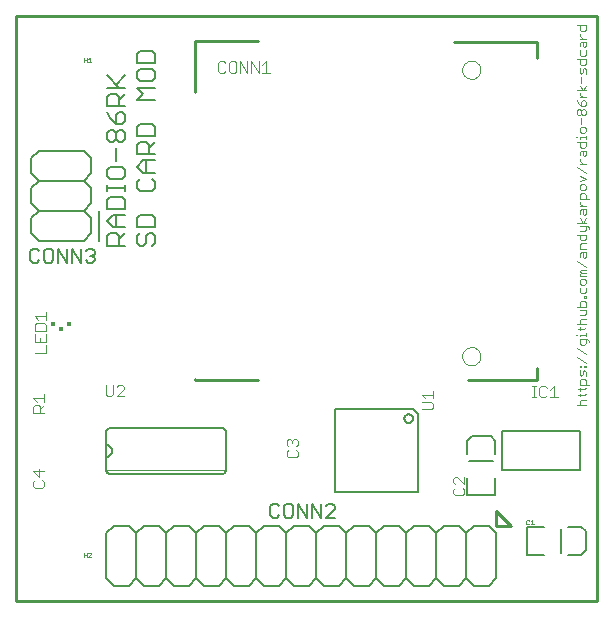
<source format=gto>
G75*
%MOIN*%
%OFA0B0*%
%FSLAX24Y24*%
%IPPOS*%
%LPD*%
%AMOC8*
5,1,8,0,0,1.08239X$1,22.5*
%
%ADD10C,0.0100*%
%ADD11C,0.0050*%
%ADD12C,0.0030*%
%ADD13C,0.0080*%
%ADD14C,0.0060*%
%ADD15C,0.0020*%
%ADD16C,0.0040*%
%ADD17C,0.0000*%
%ADD18C,0.0010*%
%ADD19R,0.0128X0.0167*%
%ADD20R,0.0138X0.0138*%
D10*
X011333Y006500D02*
X011333Y025996D01*
X030703Y025996D01*
X030703Y006500D01*
X011333Y006500D01*
X017296Y013859D02*
X019396Y013859D01*
X017296Y013894D02*
X017296Y013859D01*
X026393Y013859D02*
X028707Y013859D01*
X028707Y014244D01*
X027333Y009500D02*
X027333Y009000D01*
X027833Y009000D01*
X027333Y009500D01*
X017296Y023444D02*
X017296Y025176D01*
X019396Y025176D01*
X025935Y025137D02*
X028707Y025137D01*
X028711Y024579D01*
D11*
X015958Y024723D02*
X015958Y024417D01*
X015348Y024417D01*
X015348Y024723D01*
X015450Y024824D01*
X015857Y024824D01*
X015958Y024723D01*
X015857Y024217D02*
X015450Y024217D01*
X015348Y024115D01*
X015348Y023911D01*
X015450Y023810D01*
X015857Y023810D01*
X015958Y023911D01*
X015958Y024115D01*
X015857Y024217D01*
X015958Y023609D02*
X015348Y023609D01*
X015551Y023405D01*
X015348Y023202D01*
X015958Y023202D01*
X015857Y022393D02*
X015450Y022393D01*
X015348Y022292D01*
X015348Y021986D01*
X015958Y021986D01*
X015958Y022292D01*
X015857Y022393D01*
X015958Y021786D02*
X015755Y021582D01*
X015755Y021684D02*
X015755Y021379D01*
X015958Y021379D02*
X015348Y021379D01*
X015348Y021684D01*
X015450Y021786D01*
X015653Y021786D01*
X015755Y021684D01*
X015653Y021178D02*
X015653Y020771D01*
X015551Y020771D02*
X015348Y020974D01*
X015551Y021178D01*
X015958Y021178D01*
X015958Y020771D02*
X015551Y020771D01*
X015450Y020570D02*
X015348Y020469D01*
X015348Y020265D01*
X015450Y020163D01*
X015857Y020163D01*
X015958Y020265D01*
X015958Y020469D01*
X015857Y020570D01*
X014968Y020670D02*
X014968Y020874D01*
X014867Y020975D01*
X014460Y020975D01*
X014358Y020874D01*
X014358Y020670D01*
X014460Y020568D01*
X014867Y020568D01*
X014968Y020670D01*
X014968Y020367D02*
X014968Y020163D01*
X014968Y020265D02*
X014358Y020265D01*
X014358Y020163D02*
X014358Y020367D01*
X014460Y019963D02*
X014358Y019861D01*
X014358Y019556D01*
X014968Y019556D01*
X014968Y019861D01*
X014867Y019963D01*
X014460Y019963D01*
X014561Y019355D02*
X014968Y019355D01*
X014663Y019355D02*
X014663Y018948D01*
X014561Y018948D02*
X014968Y018948D01*
X014968Y018747D02*
X014765Y018544D01*
X014765Y018645D02*
X014765Y018340D01*
X014968Y018340D02*
X014358Y018340D01*
X014358Y018645D01*
X014460Y018747D01*
X014663Y018747D01*
X014765Y018645D01*
X014561Y018948D02*
X014358Y019151D01*
X014561Y019355D01*
X015348Y019253D02*
X015348Y018948D01*
X015958Y018948D01*
X015958Y019253D01*
X015857Y019355D01*
X015450Y019355D01*
X015348Y019253D01*
X015450Y018747D02*
X015348Y018645D01*
X015348Y018442D01*
X015450Y018340D01*
X015551Y018340D01*
X015653Y018442D01*
X015653Y018645D01*
X015755Y018747D01*
X015857Y018747D01*
X015958Y018645D01*
X015958Y018442D01*
X015857Y018340D01*
X013948Y018150D02*
X013948Y018075D01*
X013873Y018000D01*
X013948Y017925D01*
X013948Y017850D01*
X013873Y017775D01*
X013723Y017775D01*
X013648Y017850D01*
X013488Y017775D02*
X013188Y018225D01*
X013188Y017775D01*
X013027Y017775D02*
X013027Y018225D01*
X012727Y018225D02*
X013027Y017775D01*
X012727Y017775D02*
X012727Y018225D01*
X012567Y018150D02*
X012492Y018225D01*
X012342Y018225D01*
X012267Y018150D01*
X012267Y017850D01*
X012342Y017775D01*
X012492Y017775D01*
X012567Y017850D01*
X012567Y018150D01*
X012107Y018150D02*
X012032Y018225D01*
X011881Y018225D01*
X011806Y018150D01*
X011806Y017850D01*
X011881Y017775D01*
X012032Y017775D01*
X012107Y017850D01*
X013488Y017775D02*
X013488Y018225D01*
X013648Y018150D02*
X013723Y018225D01*
X013873Y018225D01*
X013948Y018150D01*
X013873Y018000D02*
X013798Y018000D01*
X014663Y021176D02*
X014663Y021583D01*
X014561Y021784D02*
X014460Y021784D01*
X014358Y021886D01*
X014358Y022089D01*
X014460Y022191D01*
X014561Y022191D01*
X014663Y022089D01*
X014663Y021886D01*
X014561Y021784D01*
X014663Y021886D02*
X014765Y021784D01*
X014867Y021784D01*
X014968Y021886D01*
X014968Y022089D01*
X014867Y022191D01*
X014765Y022191D01*
X014663Y022089D01*
X014663Y022392D02*
X014663Y022697D01*
X014765Y022799D01*
X014867Y022799D01*
X014968Y022697D01*
X014968Y022493D01*
X014867Y022392D01*
X014663Y022392D01*
X014460Y022595D01*
X014358Y022799D01*
X014358Y022999D02*
X014358Y023305D01*
X014460Y023406D01*
X014663Y023406D01*
X014765Y023305D01*
X014765Y022999D01*
X014968Y022999D02*
X014358Y022999D01*
X014765Y023203D02*
X014968Y023406D01*
X014968Y023607D02*
X014358Y023607D01*
X014663Y023709D02*
X014968Y024014D01*
X014765Y023607D02*
X014358Y024014D01*
X026433Y011150D02*
X027233Y011150D01*
X029483Y008900D02*
X029483Y008100D01*
X021948Y009275D02*
X021648Y009275D01*
X021948Y009575D01*
X021948Y009650D01*
X021873Y009725D01*
X021723Y009725D01*
X021648Y009650D01*
X021488Y009725D02*
X021488Y009275D01*
X021188Y009725D01*
X021188Y009275D01*
X021027Y009275D02*
X021027Y009725D01*
X020727Y009725D02*
X021027Y009275D01*
X020727Y009275D02*
X020727Y009725D01*
X020567Y009650D02*
X020492Y009725D01*
X020342Y009725D01*
X020267Y009650D01*
X020267Y009350D01*
X020342Y009275D01*
X020492Y009275D01*
X020567Y009350D01*
X020567Y009650D01*
X020107Y009650D02*
X020032Y009725D01*
X019881Y009725D01*
X019806Y009650D01*
X019806Y009350D01*
X019881Y009275D01*
X020032Y009275D01*
X020107Y009350D01*
D12*
X020410Y011278D02*
X020657Y011278D01*
X020718Y011340D01*
X020718Y011464D01*
X020657Y011525D01*
X020657Y011647D02*
X020718Y011708D01*
X020718Y011832D01*
X020657Y011894D01*
X020595Y011894D01*
X020533Y011832D01*
X020533Y011770D01*
X020533Y011832D02*
X020471Y011894D01*
X020410Y011894D01*
X020348Y011832D01*
X020348Y011708D01*
X020410Y011647D01*
X020410Y011525D02*
X020348Y011464D01*
X020348Y011340D01*
X020410Y011278D01*
X024848Y012878D02*
X025157Y012878D01*
X025218Y012940D01*
X025218Y013064D01*
X025157Y013125D01*
X024848Y013125D01*
X024971Y013247D02*
X024848Y013370D01*
X025218Y013370D01*
X025218Y013247D02*
X025218Y013494D01*
X028523Y013660D02*
X028647Y013660D01*
X028585Y013660D02*
X028585Y013290D01*
X028523Y013290D02*
X028647Y013290D01*
X028769Y013352D02*
X028831Y013290D01*
X028954Y013290D01*
X029016Y013352D01*
X029137Y013290D02*
X029384Y013290D01*
X029261Y013290D02*
X029261Y013660D01*
X029137Y013537D01*
X029016Y013599D02*
X028954Y013660D01*
X028831Y013660D01*
X028769Y013599D01*
X028769Y013352D01*
X030028Y013015D02*
X030318Y013015D01*
X030173Y013015D02*
X030125Y013063D01*
X030125Y013160D01*
X030173Y013208D01*
X030318Y013208D01*
X030270Y013358D02*
X030076Y013358D01*
X030125Y013310D02*
X030125Y013406D01*
X030125Y013506D02*
X030125Y013603D01*
X030076Y013554D02*
X030270Y013554D01*
X030318Y013603D01*
X030318Y013703D02*
X030318Y013848D01*
X030270Y013896D01*
X030173Y013896D01*
X030125Y013848D01*
X030125Y013703D01*
X030415Y013703D01*
X030318Y013997D02*
X030318Y014142D01*
X030270Y014191D01*
X030222Y014142D01*
X030222Y014046D01*
X030173Y013997D01*
X030125Y014046D01*
X030125Y014191D01*
X030125Y014292D02*
X030173Y014292D01*
X030173Y014340D01*
X030125Y014340D01*
X030125Y014292D01*
X030270Y014292D02*
X030318Y014292D01*
X030318Y014340D01*
X030270Y014340D01*
X030270Y014292D01*
X030318Y014439D02*
X030028Y014633D01*
X030028Y014927D02*
X030318Y014734D01*
X030270Y015028D02*
X030318Y015077D01*
X030318Y015222D01*
X030367Y015222D02*
X030125Y015222D01*
X030125Y015077D01*
X030173Y015028D01*
X030270Y015028D01*
X030415Y015125D02*
X030415Y015174D01*
X030367Y015222D01*
X030318Y015323D02*
X030318Y015420D01*
X030318Y015371D02*
X030125Y015371D01*
X030125Y015323D01*
X030028Y015371D02*
X029980Y015371D01*
X030125Y015520D02*
X030125Y015616D01*
X030076Y015568D02*
X030270Y015568D01*
X030318Y015616D01*
X030318Y015716D02*
X030028Y015716D01*
X030125Y015764D02*
X030125Y015861D01*
X030173Y015909D01*
X030318Y015909D01*
X030270Y016011D02*
X030318Y016059D01*
X030318Y016204D01*
X030125Y016204D01*
X030125Y016305D02*
X030125Y016450D01*
X030173Y016499D01*
X030270Y016499D01*
X030318Y016450D01*
X030318Y016305D01*
X030028Y016305D01*
X030125Y016011D02*
X030270Y016011D01*
X030125Y015764D02*
X030173Y015716D01*
X030270Y016600D02*
X030270Y016648D01*
X030318Y016648D01*
X030318Y016600D01*
X030270Y016600D01*
X030270Y016747D02*
X030318Y016796D01*
X030318Y016941D01*
X030270Y017042D02*
X030318Y017090D01*
X030318Y017187D01*
X030270Y017235D01*
X030173Y017235D01*
X030125Y017187D01*
X030125Y017090D01*
X030173Y017042D01*
X030270Y017042D01*
X030125Y016941D02*
X030125Y016796D01*
X030173Y016747D01*
X030270Y016747D01*
X030318Y017337D02*
X030125Y017337D01*
X030125Y017385D01*
X030173Y017433D01*
X030125Y017482D01*
X030173Y017530D01*
X030318Y017530D01*
X030318Y017433D02*
X030173Y017433D01*
X030318Y017631D02*
X030028Y017825D01*
X030125Y017974D02*
X030125Y018071D01*
X030173Y018119D01*
X030318Y018119D01*
X030318Y017974D01*
X030270Y017926D01*
X030222Y017974D01*
X030222Y018119D01*
X030318Y018221D02*
X030125Y018221D01*
X030125Y018366D01*
X030173Y018414D01*
X030318Y018414D01*
X030270Y018515D02*
X030173Y018515D01*
X030125Y018564D01*
X030125Y018709D01*
X030028Y018709D02*
X030318Y018709D01*
X030318Y018564D01*
X030270Y018515D01*
X030270Y018810D02*
X030318Y018858D01*
X030318Y019003D01*
X030367Y019003D02*
X030415Y018955D01*
X030415Y018907D01*
X030367Y019003D02*
X030125Y019003D01*
X030222Y019104D02*
X030125Y019250D01*
X030125Y019398D02*
X030125Y019495D01*
X030173Y019544D01*
X030318Y019544D01*
X030318Y019398D01*
X030270Y019350D01*
X030222Y019398D01*
X030222Y019544D01*
X030222Y019645D02*
X030125Y019741D01*
X030125Y019790D01*
X030125Y019890D02*
X030125Y020035D01*
X030173Y020084D01*
X030270Y020084D01*
X030318Y020035D01*
X030318Y019890D01*
X030415Y019890D02*
X030125Y019890D01*
X030125Y019645D02*
X030318Y019645D01*
X030318Y019250D02*
X030222Y019104D01*
X030318Y019104D02*
X030028Y019104D01*
X030125Y018810D02*
X030270Y018810D01*
X030270Y020185D02*
X030318Y020233D01*
X030318Y020330D01*
X030270Y020378D01*
X030173Y020378D01*
X030125Y020330D01*
X030125Y020233D01*
X030173Y020185D01*
X030270Y020185D01*
X030125Y020480D02*
X030318Y020576D01*
X030125Y020673D01*
X030318Y020774D02*
X030028Y020968D01*
X030125Y021069D02*
X030318Y021069D01*
X030222Y021069D02*
X030125Y021166D01*
X030125Y021214D01*
X030125Y021363D02*
X030125Y021459D01*
X030173Y021508D01*
X030318Y021508D01*
X030318Y021363D01*
X030270Y021314D01*
X030222Y021363D01*
X030222Y021508D01*
X030270Y021609D02*
X030173Y021609D01*
X030125Y021657D01*
X030125Y021803D01*
X030028Y021803D02*
X030318Y021803D01*
X030318Y021657D01*
X030270Y021609D01*
X030318Y021904D02*
X030318Y022000D01*
X030318Y021952D02*
X030125Y021952D01*
X030125Y021904D01*
X030028Y021952D02*
X029980Y021952D01*
X030173Y022100D02*
X030270Y022100D01*
X030318Y022148D01*
X030318Y022245D01*
X030270Y022294D01*
X030173Y022294D01*
X030125Y022245D01*
X030125Y022148D01*
X030173Y022100D01*
X030173Y022395D02*
X030173Y022588D01*
X030125Y022689D02*
X030076Y022689D01*
X030028Y022738D01*
X030028Y022835D01*
X030076Y022883D01*
X030125Y022883D01*
X030173Y022835D01*
X030173Y022738D01*
X030125Y022689D01*
X030173Y022738D02*
X030222Y022689D01*
X030270Y022689D01*
X030318Y022738D01*
X030318Y022835D01*
X030270Y022883D01*
X030222Y022883D01*
X030173Y022835D01*
X030173Y022984D02*
X030173Y023129D01*
X030222Y023178D01*
X030270Y023178D01*
X030318Y023129D01*
X030318Y023032D01*
X030270Y022984D01*
X030173Y022984D01*
X030076Y023081D01*
X030028Y023178D01*
X030125Y023279D02*
X030318Y023279D01*
X030222Y023279D02*
X030125Y023375D01*
X030125Y023424D01*
X030222Y023524D02*
X030125Y023669D01*
X030173Y023770D02*
X030173Y023963D01*
X030173Y024064D02*
X030125Y024113D01*
X030125Y024258D01*
X030222Y024210D02*
X030222Y024113D01*
X030173Y024064D01*
X030318Y024064D02*
X030318Y024210D01*
X030270Y024258D01*
X030222Y024210D01*
X030270Y024359D02*
X030173Y024359D01*
X030125Y024407D01*
X030125Y024553D01*
X030028Y024553D02*
X030318Y024553D01*
X030318Y024407D01*
X030270Y024359D01*
X030270Y024654D02*
X030318Y024702D01*
X030318Y024847D01*
X030270Y024948D02*
X030222Y024997D01*
X030222Y025142D01*
X030173Y025142D02*
X030318Y025142D01*
X030318Y024997D01*
X030270Y024948D01*
X030125Y024997D02*
X030125Y025094D01*
X030173Y025142D01*
X030125Y025243D02*
X030318Y025243D01*
X030222Y025243D02*
X030125Y025340D01*
X030125Y025388D01*
X030173Y025489D02*
X030125Y025537D01*
X030125Y025682D01*
X030028Y025682D02*
X030318Y025682D01*
X030318Y025537D01*
X030270Y025489D01*
X030173Y025489D01*
X030125Y024847D02*
X030125Y024702D01*
X030173Y024654D01*
X030270Y024654D01*
X030318Y023669D02*
X030222Y023524D01*
X030318Y023524D02*
X030028Y023524D01*
X019781Y024109D02*
X019534Y024109D01*
X019413Y024109D02*
X019413Y024480D01*
X019534Y024356D02*
X019658Y024480D01*
X019658Y024109D01*
X019413Y024109D02*
X019166Y024480D01*
X019166Y024109D01*
X019044Y024109D02*
X019044Y024480D01*
X018798Y024480D02*
X018798Y024109D01*
X018676Y024171D02*
X018676Y024418D01*
X018614Y024480D01*
X018491Y024480D01*
X018429Y024418D01*
X018429Y024171D01*
X018491Y024109D01*
X018614Y024109D01*
X018676Y024171D01*
X018798Y024480D02*
X019044Y024109D01*
X018308Y024171D02*
X018246Y024109D01*
X018123Y024109D01*
X018061Y024171D01*
X018061Y024418D01*
X018123Y024480D01*
X018246Y024480D01*
X018308Y024418D01*
X012318Y016117D02*
X012318Y015870D01*
X012318Y015993D02*
X011948Y015993D01*
X012071Y015870D01*
X012010Y015749D02*
X012257Y015749D01*
X012318Y015687D01*
X012318Y015502D01*
X011948Y015502D01*
X011948Y015687D01*
X012010Y015749D01*
X011948Y015380D02*
X011948Y015133D01*
X012318Y015133D01*
X012318Y015380D01*
X012133Y015257D02*
X012133Y015133D01*
X012318Y015012D02*
X012318Y014765D01*
X011948Y014765D01*
X012268Y013380D02*
X012268Y013133D01*
X012268Y013012D02*
X012145Y012888D01*
X012145Y012950D02*
X012145Y012765D01*
X012268Y012765D02*
X011898Y012765D01*
X011898Y012950D01*
X011960Y013012D01*
X012083Y013012D01*
X012145Y012950D01*
X012021Y013133D02*
X011898Y013257D01*
X012268Y013257D01*
X012083Y010880D02*
X012083Y010633D01*
X011898Y010818D01*
X012268Y010818D01*
X012207Y010512D02*
X012268Y010450D01*
X012268Y010327D01*
X012207Y010265D01*
X011960Y010265D01*
X011898Y010327D01*
X011898Y010450D01*
X011960Y010512D01*
X025904Y010568D02*
X025904Y010445D01*
X025966Y010383D01*
X025966Y010262D02*
X025904Y010200D01*
X025904Y010077D01*
X025966Y010015D01*
X026213Y010015D01*
X026275Y010077D01*
X026275Y010200D01*
X026213Y010262D01*
X026275Y010383D02*
X026028Y010630D01*
X025966Y010630D01*
X025904Y010568D01*
X026275Y010630D02*
X026275Y010383D01*
X030270Y013358D02*
X030318Y013406D01*
D13*
X030123Y012150D02*
X027543Y012150D01*
X027543Y010850D01*
X030123Y010850D01*
X030123Y012150D01*
X027306Y011827D02*
X027306Y011394D01*
X027306Y011827D02*
X027148Y011984D01*
X026518Y011984D01*
X026361Y011827D01*
X026361Y011394D01*
X026361Y010606D02*
X026361Y010016D01*
X027306Y010016D01*
X027306Y010606D01*
X028349Y008972D02*
X028940Y008972D01*
X028349Y008972D02*
X028349Y008028D01*
X028940Y008028D01*
X029727Y008028D02*
X030160Y008028D01*
X030318Y008185D01*
X030318Y008815D01*
X030160Y008972D01*
X029727Y008972D01*
D14*
X027333Y008750D02*
X027333Y007250D01*
X027083Y007000D01*
X026583Y007000D01*
X026333Y007250D01*
X026333Y008750D01*
X026083Y009000D01*
X025583Y009000D01*
X025333Y008750D01*
X025333Y007250D01*
X025083Y007000D01*
X024583Y007000D01*
X024333Y007250D01*
X024333Y008750D01*
X024083Y009000D01*
X023583Y009000D01*
X023333Y008750D01*
X023333Y007250D01*
X023083Y007000D01*
X022583Y007000D01*
X022333Y007250D01*
X022333Y008750D01*
X022083Y009000D01*
X021583Y009000D01*
X021333Y008750D01*
X021333Y007250D01*
X021083Y007000D01*
X020583Y007000D01*
X020333Y007250D01*
X020333Y008750D01*
X020583Y009000D01*
X021083Y009000D01*
X021333Y008750D01*
X020333Y008750D02*
X020083Y009000D01*
X019583Y009000D01*
X019333Y008750D01*
X019333Y007250D01*
X019083Y007000D01*
X018583Y007000D01*
X018333Y007250D01*
X018333Y008750D01*
X018583Y009000D01*
X019083Y009000D01*
X019333Y008750D01*
X018333Y008750D02*
X018083Y009000D01*
X017583Y009000D01*
X017333Y008750D01*
X017333Y007250D01*
X017083Y007000D01*
X016583Y007000D01*
X016333Y007250D01*
X016333Y008750D01*
X016583Y009000D01*
X017083Y009000D01*
X017333Y008750D01*
X016333Y008750D02*
X016083Y009000D01*
X015583Y009000D01*
X015333Y008750D01*
X015333Y007250D01*
X015083Y007000D01*
X014583Y007000D01*
X014333Y007250D01*
X014333Y008750D01*
X014583Y009000D01*
X015083Y009000D01*
X015333Y008750D01*
X015333Y007250D02*
X015583Y007000D01*
X016083Y007000D01*
X016333Y007250D01*
X017333Y007250D02*
X017583Y007000D01*
X018083Y007000D01*
X018333Y007250D01*
X019333Y007250D02*
X019583Y007000D01*
X020083Y007000D01*
X020333Y007250D01*
X021333Y007250D02*
X021583Y007000D01*
X022083Y007000D01*
X022333Y007250D01*
X023333Y007250D02*
X023583Y007000D01*
X024083Y007000D01*
X024333Y007250D01*
X025333Y007250D02*
X025583Y007000D01*
X026083Y007000D01*
X026333Y007250D01*
X026333Y008750D02*
X026583Y009000D01*
X027083Y009000D01*
X027333Y008750D01*
X025333Y008750D02*
X025083Y009000D01*
X024583Y009000D01*
X024333Y008750D01*
X023333Y008750D02*
X023083Y009000D01*
X022583Y009000D01*
X022333Y008750D01*
X021953Y010120D02*
X021953Y012880D01*
X024573Y012880D01*
X024713Y012740D01*
X024713Y010120D01*
X021953Y010120D01*
X018333Y010880D02*
X018333Y012120D01*
X018331Y012143D01*
X018326Y012166D01*
X018317Y012188D01*
X018304Y012208D01*
X018289Y012226D01*
X018271Y012241D01*
X018251Y012254D01*
X018229Y012263D01*
X018206Y012268D01*
X018183Y012270D01*
X014483Y012270D01*
X014460Y012268D01*
X014437Y012263D01*
X014415Y012254D01*
X014395Y012241D01*
X014377Y012226D01*
X014362Y012208D01*
X014349Y012188D01*
X014340Y012166D01*
X014335Y012143D01*
X014333Y012120D01*
X014333Y011700D01*
X014333Y011300D01*
X014333Y010880D01*
X014335Y010857D01*
X014340Y010834D01*
X014349Y010812D01*
X014362Y010792D01*
X014377Y010774D01*
X014395Y010759D01*
X014415Y010746D01*
X014437Y010737D01*
X014460Y010732D01*
X014483Y010730D01*
X018183Y010730D01*
X018206Y010732D01*
X018229Y010737D01*
X018251Y010746D01*
X018271Y010759D01*
X018289Y010774D01*
X018304Y010792D01*
X018317Y010812D01*
X018326Y010834D01*
X018331Y010857D01*
X018333Y010880D01*
X014333Y011300D02*
X014360Y011302D01*
X014387Y011307D01*
X014413Y011317D01*
X014437Y011329D01*
X014459Y011345D01*
X014479Y011363D01*
X014496Y011385D01*
X014511Y011408D01*
X014521Y011433D01*
X014529Y011459D01*
X014533Y011486D01*
X014533Y011514D01*
X014529Y011541D01*
X014521Y011567D01*
X014511Y011592D01*
X014496Y011615D01*
X014479Y011637D01*
X014459Y011655D01*
X014437Y011671D01*
X014413Y011683D01*
X014387Y011693D01*
X014360Y011698D01*
X014333Y011700D01*
X024272Y012580D02*
X024274Y012603D01*
X024280Y012626D01*
X024289Y012647D01*
X024302Y012667D01*
X024318Y012684D01*
X024336Y012698D01*
X024356Y012709D01*
X024378Y012717D01*
X024401Y012721D01*
X024425Y012721D01*
X024448Y012717D01*
X024470Y012709D01*
X024490Y012698D01*
X024508Y012684D01*
X024524Y012667D01*
X024537Y012647D01*
X024546Y012626D01*
X024552Y012603D01*
X024554Y012580D01*
X024552Y012557D01*
X024546Y012534D01*
X024537Y012513D01*
X024524Y012493D01*
X024508Y012476D01*
X024490Y012462D01*
X024470Y012451D01*
X024448Y012443D01*
X024425Y012439D01*
X024401Y012439D01*
X024378Y012443D01*
X024356Y012451D01*
X024336Y012462D01*
X024318Y012476D01*
X024302Y012493D01*
X024289Y012513D01*
X024280Y012534D01*
X024274Y012557D01*
X024272Y012580D01*
X014083Y018500D02*
X014083Y019500D01*
X013833Y019250D02*
X013833Y018750D01*
X013583Y018500D01*
X012083Y018500D01*
X011833Y018750D01*
X011833Y019250D01*
X012083Y019500D01*
X013583Y019500D01*
X013833Y019750D01*
X013833Y020250D01*
X013583Y020500D01*
X013833Y020750D01*
X013833Y021250D01*
X013583Y021500D01*
X012083Y021500D01*
X011833Y021250D01*
X011833Y020750D01*
X012083Y020500D01*
X013583Y020500D01*
X012083Y020500D02*
X011833Y020250D01*
X011833Y019750D01*
X012083Y019500D01*
X013583Y019500D02*
X013833Y019250D01*
D15*
X014333Y010870D02*
X018333Y010870D01*
D16*
X014925Y013320D02*
X014685Y013320D01*
X014925Y013560D01*
X014925Y013620D01*
X014865Y013680D01*
X014745Y013680D01*
X014685Y013620D01*
X014557Y013680D02*
X014557Y013380D01*
X014497Y013320D01*
X014377Y013320D01*
X014317Y013380D01*
X014317Y013680D01*
D17*
X026202Y014650D02*
X026204Y014685D01*
X026210Y014719D01*
X026220Y014752D01*
X026233Y014785D01*
X026250Y014815D01*
X026271Y014843D01*
X026294Y014869D01*
X026321Y014892D01*
X026349Y014911D01*
X026380Y014927D01*
X026413Y014940D01*
X026446Y014949D01*
X026481Y014954D01*
X026516Y014955D01*
X026550Y014952D01*
X026585Y014945D01*
X026618Y014934D01*
X026649Y014920D01*
X026679Y014902D01*
X026707Y014881D01*
X026732Y014856D01*
X026754Y014829D01*
X026773Y014800D01*
X026788Y014769D01*
X026800Y014736D01*
X026808Y014702D01*
X026812Y014667D01*
X026812Y014633D01*
X026808Y014598D01*
X026800Y014564D01*
X026788Y014531D01*
X026773Y014500D01*
X026754Y014471D01*
X026732Y014444D01*
X026707Y014419D01*
X026679Y014398D01*
X026649Y014380D01*
X026618Y014366D01*
X026585Y014355D01*
X026550Y014348D01*
X026516Y014345D01*
X026481Y014346D01*
X026446Y014351D01*
X026413Y014360D01*
X026380Y014373D01*
X026349Y014389D01*
X026321Y014408D01*
X026294Y014431D01*
X026271Y014457D01*
X026250Y014485D01*
X026233Y014515D01*
X026220Y014548D01*
X026210Y014581D01*
X026204Y014615D01*
X026202Y014650D01*
X026202Y024201D02*
X026204Y024236D01*
X026210Y024270D01*
X026220Y024303D01*
X026233Y024336D01*
X026250Y024366D01*
X026271Y024394D01*
X026294Y024420D01*
X026321Y024443D01*
X026349Y024462D01*
X026380Y024478D01*
X026413Y024491D01*
X026446Y024500D01*
X026481Y024505D01*
X026516Y024506D01*
X026550Y024503D01*
X026585Y024496D01*
X026618Y024485D01*
X026649Y024471D01*
X026679Y024453D01*
X026707Y024432D01*
X026732Y024407D01*
X026754Y024380D01*
X026773Y024351D01*
X026788Y024320D01*
X026800Y024287D01*
X026808Y024253D01*
X026812Y024218D01*
X026812Y024184D01*
X026808Y024149D01*
X026800Y024115D01*
X026788Y024082D01*
X026773Y024051D01*
X026754Y024022D01*
X026732Y023995D01*
X026707Y023970D01*
X026679Y023949D01*
X026649Y023931D01*
X026618Y023917D01*
X026585Y023906D01*
X026550Y023899D01*
X026516Y023896D01*
X026481Y023897D01*
X026446Y023902D01*
X026413Y023911D01*
X026380Y023924D01*
X026349Y023940D01*
X026321Y023959D01*
X026294Y023982D01*
X026271Y024008D01*
X026250Y024036D01*
X026233Y024066D01*
X026220Y024099D01*
X026210Y024132D01*
X026204Y024166D01*
X026202Y024201D01*
D18*
X013836Y024455D02*
X013736Y024455D01*
X013688Y024455D02*
X013688Y024605D01*
X013736Y024555D02*
X013786Y024605D01*
X013786Y024455D01*
X013688Y024530D02*
X013588Y024530D01*
X013588Y024455D02*
X013588Y024605D01*
X028363Y009199D02*
X028338Y009174D01*
X028338Y009074D01*
X028363Y009049D01*
X028413Y009049D01*
X028438Y009074D01*
X028486Y009049D02*
X028586Y009049D01*
X028536Y009049D02*
X028536Y009199D01*
X028486Y009149D01*
X028438Y009174D02*
X028413Y009199D01*
X028363Y009199D01*
X013836Y008080D02*
X013811Y008105D01*
X013761Y008105D01*
X013736Y008080D01*
X013688Y008105D02*
X013688Y007955D01*
X013736Y007955D02*
X013836Y008055D01*
X013836Y008080D01*
X013836Y007955D02*
X013736Y007955D01*
X013688Y008030D02*
X013588Y008030D01*
X013588Y007955D02*
X013588Y008105D01*
D19*
X013104Y015721D03*
X012563Y015721D03*
D20*
X012833Y015569D03*
M02*

</source>
